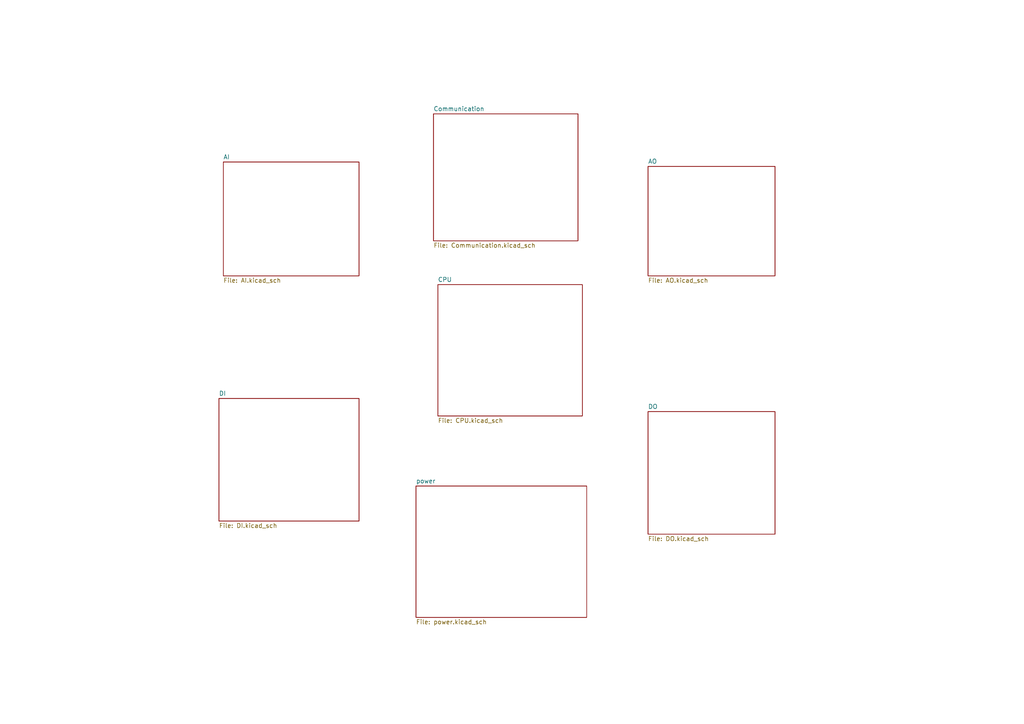
<source format=kicad_sch>
(kicad_sch
	(version 20250114)
	(generator "eeschema")
	(generator_version "9.0")
	(uuid "df2aa335-5da3-4e15-9528-0ac3c73b2795")
	(paper "A4")
	(lib_symbols)
	(sheet
		(at 187.96 119.38)
		(size 36.83 35.56)
		(exclude_from_sim no)
		(in_bom yes)
		(on_board yes)
		(dnp no)
		(fields_autoplaced yes)
		(stroke
			(width 0.1524)
			(type solid)
		)
		(fill
			(color 0 0 0 0.0000)
		)
		(uuid "218dda71-ffc9-4be5-b3f4-09a3dcadbc68")
		(property "Sheetname" "DO"
			(at 187.96 118.6684 0)
			(effects
				(font
					(size 1.27 1.27)
				)
				(justify left bottom)
			)
		)
		(property "Sheetfile" "DO.kicad_sch"
			(at 187.96 155.5246 0)
			(effects
				(font
					(size 1.27 1.27)
				)
				(justify left top)
			)
		)
		(instances
			(project "IO_device"
				(path "/df2aa335-5da3-4e15-9528-0ac3c73b2795"
					(page "3")
				)
			)
		)
	)
	(sheet
		(at 127 82.55)
		(size 41.91 38.1)
		(exclude_from_sim no)
		(in_bom yes)
		(on_board yes)
		(dnp no)
		(fields_autoplaced yes)
		(stroke
			(width 0.1524)
			(type solid)
		)
		(fill
			(color 0 0 0 0.0000)
		)
		(uuid "261879d1-ab82-4e62-a17d-b7fdc3578afa")
		(property "Sheetname" "CPU"
			(at 127 81.8384 0)
			(effects
				(font
					(size 1.27 1.27)
				)
				(justify left bottom)
			)
		)
		(property "Sheetfile" "CPU.kicad_sch"
			(at 127 121.2346 0)
			(effects
				(font
					(size 1.27 1.27)
				)
				(justify left top)
			)
		)
		(instances
			(project "IO_device"
				(path "/df2aa335-5da3-4e15-9528-0ac3c73b2795"
					(page "6")
				)
			)
		)
	)
	(sheet
		(at 125.73 33.02)
		(size 41.91 36.83)
		(exclude_from_sim no)
		(in_bom yes)
		(on_board yes)
		(dnp no)
		(fields_autoplaced yes)
		(stroke
			(width 0.1524)
			(type solid)
		)
		(fill
			(color 0 0 0 0.0000)
		)
		(uuid "2c299acf-da73-4870-a341-aa5f84fea21f")
		(property "Sheetname" "Communication"
			(at 125.73 32.3084 0)
			(effects
				(font
					(size 1.27 1.27)
				)
				(justify left bottom)
			)
		)
		(property "Sheetfile" "Communication.kicad_sch"
			(at 125.73 70.4346 0)
			(effects
				(font
					(size 1.27 1.27)
				)
				(justify left top)
			)
		)
		(instances
			(project "IO_device"
				(path "/df2aa335-5da3-4e15-9528-0ac3c73b2795"
					(page "8")
				)
			)
		)
	)
	(sheet
		(at 187.96 48.26)
		(size 36.83 31.75)
		(exclude_from_sim no)
		(in_bom yes)
		(on_board yes)
		(dnp no)
		(fields_autoplaced yes)
		(stroke
			(width 0.1524)
			(type solid)
		)
		(fill
			(color 0 0 0 0.0000)
		)
		(uuid "392a0e81-054a-46fe-8d1d-a8fe8edc85f8")
		(property "Sheetname" "AO"
			(at 187.96 47.5484 0)
			(effects
				(font
					(size 1.27 1.27)
				)
				(justify left bottom)
			)
		)
		(property "Sheetfile" "AO.kicad_sch"
			(at 187.96 80.5946 0)
			(effects
				(font
					(size 1.27 1.27)
				)
				(justify left top)
			)
		)
		(instances
			(project "IO_device"
				(path "/df2aa335-5da3-4e15-9528-0ac3c73b2795"
					(page "2")
				)
			)
		)
	)
	(sheet
		(at 120.65 140.97)
		(size 49.53 38.1)
		(exclude_from_sim no)
		(in_bom yes)
		(on_board yes)
		(dnp no)
		(fields_autoplaced yes)
		(stroke
			(width 0.1524)
			(type solid)
		)
		(fill
			(color 0 0 0 0.0000)
		)
		(uuid "63958019-7dd9-4d21-b3db-0055d104f07b")
		(property "Sheetname" "power"
			(at 120.65 140.2584 0)
			(effects
				(font
					(size 1.27 1.27)
				)
				(justify left bottom)
			)
		)
		(property "Sheetfile" "power.kicad_sch"
			(at 120.65 179.6546 0)
			(effects
				(font
					(size 1.27 1.27)
				)
				(justify left top)
			)
		)
		(instances
			(project "IO_device"
				(path "/df2aa335-5da3-4e15-9528-0ac3c73b2795"
					(page "7")
				)
			)
		)
	)
	(sheet
		(at 64.77 46.99)
		(size 39.37 33.02)
		(exclude_from_sim no)
		(in_bom yes)
		(on_board yes)
		(dnp no)
		(fields_autoplaced yes)
		(stroke
			(width 0.1524)
			(type solid)
		)
		(fill
			(color 0 0 0 0.0000)
		)
		(uuid "c25da282-b0c1-45ff-9fc5-74517e473b60")
		(property "Sheetname" "AI"
			(at 64.77 46.2784 0)
			(effects
				(font
					(size 1.27 1.27)
				)
				(justify left bottom)
			)
		)
		(property "Sheetfile" "AI.kicad_sch"
			(at 64.77 80.5946 0)
			(effects
				(font
					(size 1.27 1.27)
				)
				(justify left top)
			)
		)
		(instances
			(project "IO_device"
				(path "/df2aa335-5da3-4e15-9528-0ac3c73b2795"
					(page "4")
				)
			)
		)
	)
	(sheet
		(at 63.5 115.57)
		(size 40.64 35.56)
		(exclude_from_sim no)
		(in_bom yes)
		(on_board yes)
		(dnp no)
		(fields_autoplaced yes)
		(stroke
			(width 0.1524)
			(type solid)
		)
		(fill
			(color 0 0 0 0.0000)
		)
		(uuid "f5bfe4b8-a4f1-44f9-8181-10a1d503c9e8")
		(property "Sheetname" "DI"
			(at 63.5 114.8584 0)
			(effects
				(font
					(size 1.27 1.27)
				)
				(justify left bottom)
			)
		)
		(property "Sheetfile" "DI.kicad_sch"
			(at 63.5 151.7146 0)
			(effects
				(font
					(size 1.27 1.27)
				)
				(justify left top)
			)
		)
		(instances
			(project "IO_device"
				(path "/df2aa335-5da3-4e15-9528-0ac3c73b2795"
					(page "5")
				)
			)
		)
	)
	(sheet_instances
		(path "/"
			(page "1")
		)
	)
	(embedded_fonts no)
)

</source>
